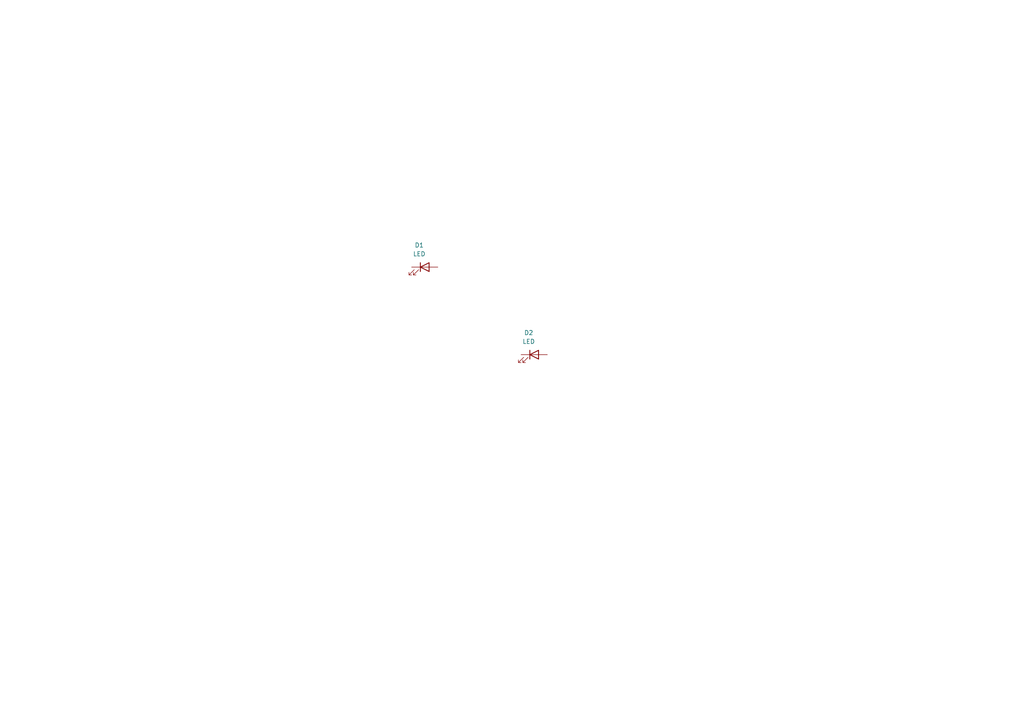
<source format=kicad_sch>
(kicad_sch (version 20250114) (generator "eeschema") (generator_version "9.0")
  (paper "A4")
  (lib_symbols
    (symbol "Device:LED" (pin_numbers (hide yes)) (pin_names (offset 1.016) (hide yes))
      (property "Reference" "D" (at 0 2.54 0))
      (property "Value" "LED" (at 0 -2.54 0))
      (symbol "LED_0_1"
        (polyline (pts (xy -3.048 -0.762) (xy -4.572 -2.286) (xy -3.81 -2.286) (xy -4.572 -2.286) (xy -4.572 -1.524)))
        (polyline (pts (xy -1.778 -0.762) (xy -3.302 -2.286) (xy -2.54 -2.286) (xy -3.302 -2.286) (xy -3.302 -1.524)))
        (polyline (pts (xy -1.27 0) (xy 1.27 0)))
        (polyline (pts (xy -1.27 -1.27) (xy -1.27 1.27)) (stroke (width 0.254)))
        (polyline (pts (xy 1.27 -1.27) (xy 1.27 1.27) (xy -1.27 0) (xy 1.27 -1.27)) (stroke (width 0.254)))
      )
      (symbol "LED_1_1"
        (pin passive line (at -3.81 0 0) (length 2.54) (name "K") (number "1"))
        (pin passive line (at 3.81 0 180) (length 2.54) (name "A") (number "2"))
      )
    )
  )
  (symbol (lib_id "Device:LED") (at 123.19 77.47 0) (unit 1)
    (property "Reference" "D1" (at 121.6025 71.12 0))
    (property "Value" "LED" (at 121.6025 73.66 0))
    (property "Description" "Light emitting diode" (effects (hide yes)))
    (property "Sim.Pins" "1=K 2=A" (effects (hide yes)))
  )
  (symbol (lib_id "Device:LED") (at 154.94 102.87 0) (unit 1)
    (property "Reference" "D2" (at 153.3525 96.52 0))
    (property "Value" "LED" (at 153.3525 99.06 0))
    (property "Description" "Light emitting diode" (effects (hide yes)))
    (property "Sim.Pins" "1=K 2=A" (effects (hide yes)))
  )
)
</source>
